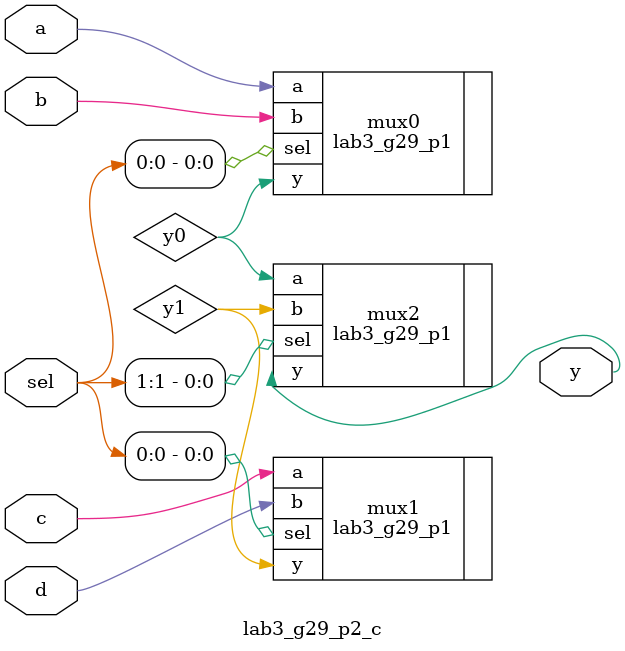
<source format=sv>
module lab3_g29_p2_c (
    input logic [1:0] sel,
    input logic a, b, c, d,
    output logic y
);

logic y0, y1;

// Alt 2x1 MUX modülleri
lab3_g29_p1 mux0 (
    .a(a),
    .b(b),
    .sel(sel[0]),
    .y(y0)
);

lab3_g29_p1 mux1 (
    .a(c),
    .b(d),
    .sel(sel[0]),
    .y(y1)
);

// Üst 2x1 MUX modülü
lab3_g29_p1 mux2 (
    .a(y0),
    .b(y1),
    .sel(sel[1]),
    .y(y)
);

endmodule

</source>
